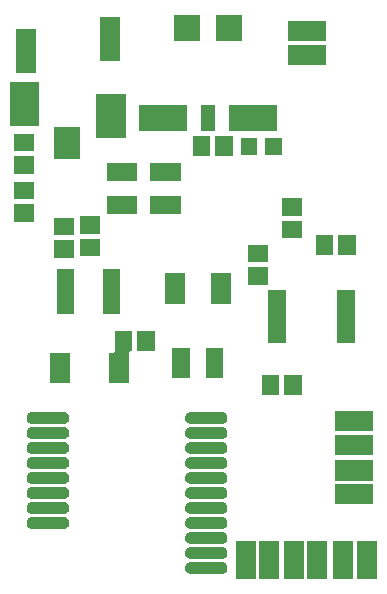
<source format=gbr>
G04 #@! TF.GenerationSoftware,KiCad,Pcbnew,(5.1.0)-1*
G04 #@! TF.CreationDate,2019-05-30T14:49:56+02:00*
G04 #@! TF.ProjectId,UWED,55574544-2e6b-4696-9361-645f70636258,rev?*
G04 #@! TF.SameCoordinates,Original*
G04 #@! TF.FileFunction,Soldermask,Top*
G04 #@! TF.FilePolarity,Negative*
%FSLAX46Y46*%
G04 Gerber Fmt 4.6, Leading zero omitted, Abs format (unit mm)*
G04 Created by KiCad (PCBNEW (5.1.0)-1) date 2019-05-30 14:49:56*
%MOMM*%
%LPD*%
G04 APERTURE LIST*
%ADD10C,0.100000*%
G04 APERTURE END LIST*
D10*
G36*
X153026200Y-128418800D02*
G01*
X151323000Y-128418800D01*
X151323000Y-125215600D01*
X153026200Y-125215600D01*
X153026200Y-128418800D01*
X153026200Y-128418800D01*
G37*
G36*
X161281200Y-128418800D02*
G01*
X159578000Y-128418800D01*
X159578000Y-125215600D01*
X161281200Y-125215600D01*
X161281200Y-128418800D01*
X161281200Y-128418800D01*
G37*
G36*
X163281200Y-128418800D02*
G01*
X161578000Y-128418800D01*
X161578000Y-125215600D01*
X163281200Y-125215600D01*
X163281200Y-128418800D01*
X163281200Y-128418800D01*
G37*
G36*
X157090200Y-128418800D02*
G01*
X155387000Y-128418800D01*
X155387000Y-125215600D01*
X157090200Y-125215600D01*
X157090200Y-128418800D01*
X157090200Y-128418800D01*
G37*
G36*
X155026200Y-128418800D02*
G01*
X153323000Y-128418800D01*
X153323000Y-125215600D01*
X155026200Y-125215600D01*
X155026200Y-128418800D01*
X155026200Y-128418800D01*
G37*
G36*
X159090200Y-128418800D02*
G01*
X157387000Y-128418800D01*
X157387000Y-125215600D01*
X159090200Y-125215600D01*
X159090200Y-128418800D01*
X159090200Y-128418800D01*
G37*
G36*
X150251137Y-126953338D02*
G01*
X150334450Y-126978611D01*
X150411225Y-127019648D01*
X150478523Y-127074877D01*
X150533752Y-127142175D01*
X150574789Y-127218950D01*
X150600062Y-127302263D01*
X150609200Y-127395040D01*
X150609200Y-127509360D01*
X150600062Y-127602137D01*
X150574789Y-127685450D01*
X150533752Y-127762225D01*
X150478523Y-127829523D01*
X150411225Y-127884752D01*
X150334450Y-127925789D01*
X150251137Y-127951062D01*
X150158360Y-127960200D01*
X147504040Y-127960200D01*
X147411263Y-127951062D01*
X147327950Y-127925789D01*
X147251175Y-127884752D01*
X147183877Y-127829523D01*
X147128648Y-127762225D01*
X147087611Y-127685450D01*
X147062338Y-127602137D01*
X147053200Y-127509360D01*
X147053200Y-127395040D01*
X147062338Y-127302263D01*
X147087611Y-127218950D01*
X147128648Y-127142175D01*
X147183877Y-127074877D01*
X147251175Y-127019648D01*
X147327950Y-126978611D01*
X147411263Y-126953338D01*
X147504040Y-126944200D01*
X150158360Y-126944200D01*
X150251137Y-126953338D01*
X150251137Y-126953338D01*
G37*
G36*
X150251137Y-125683338D02*
G01*
X150334450Y-125708611D01*
X150411225Y-125749648D01*
X150478523Y-125804877D01*
X150533752Y-125872175D01*
X150574789Y-125948950D01*
X150600062Y-126032263D01*
X150609200Y-126125040D01*
X150609200Y-126239360D01*
X150600062Y-126332137D01*
X150574789Y-126415450D01*
X150533752Y-126492225D01*
X150478523Y-126559523D01*
X150411225Y-126614752D01*
X150334450Y-126655789D01*
X150251137Y-126681062D01*
X150158360Y-126690200D01*
X147504040Y-126690200D01*
X147411263Y-126681062D01*
X147327950Y-126655789D01*
X147251175Y-126614752D01*
X147183877Y-126559523D01*
X147128648Y-126492225D01*
X147087611Y-126415450D01*
X147062338Y-126332137D01*
X147053200Y-126239360D01*
X147053200Y-126125040D01*
X147062338Y-126032263D01*
X147087611Y-125948950D01*
X147128648Y-125872175D01*
X147183877Y-125804877D01*
X147251175Y-125749648D01*
X147327950Y-125708611D01*
X147411263Y-125683338D01*
X147504040Y-125674200D01*
X150158360Y-125674200D01*
X150251137Y-125683338D01*
X150251137Y-125683338D01*
G37*
G36*
X150251137Y-124413338D02*
G01*
X150334450Y-124438611D01*
X150411225Y-124479648D01*
X150478523Y-124534877D01*
X150533752Y-124602175D01*
X150574789Y-124678950D01*
X150600062Y-124762263D01*
X150609200Y-124855040D01*
X150609200Y-124969360D01*
X150600062Y-125062137D01*
X150574789Y-125145450D01*
X150533752Y-125222225D01*
X150478523Y-125289523D01*
X150411225Y-125344752D01*
X150334450Y-125385789D01*
X150251137Y-125411062D01*
X150158360Y-125420200D01*
X147504040Y-125420200D01*
X147411263Y-125411062D01*
X147327950Y-125385789D01*
X147251175Y-125344752D01*
X147183877Y-125289523D01*
X147128648Y-125222225D01*
X147087611Y-125145450D01*
X147062338Y-125062137D01*
X147053200Y-124969360D01*
X147053200Y-124855040D01*
X147062338Y-124762263D01*
X147087611Y-124678950D01*
X147128648Y-124602175D01*
X147183877Y-124534877D01*
X147251175Y-124479648D01*
X147327950Y-124438611D01*
X147411263Y-124413338D01*
X147504040Y-124404200D01*
X150158360Y-124404200D01*
X150251137Y-124413338D01*
X150251137Y-124413338D01*
G37*
G36*
X150251137Y-123143338D02*
G01*
X150334450Y-123168611D01*
X150411225Y-123209648D01*
X150478523Y-123264877D01*
X150533752Y-123332175D01*
X150574789Y-123408950D01*
X150600062Y-123492263D01*
X150609200Y-123585040D01*
X150609200Y-123699360D01*
X150600062Y-123792137D01*
X150574789Y-123875450D01*
X150533752Y-123952225D01*
X150478523Y-124019523D01*
X150411225Y-124074752D01*
X150334450Y-124115789D01*
X150251137Y-124141062D01*
X150158360Y-124150200D01*
X147504040Y-124150200D01*
X147411263Y-124141062D01*
X147327950Y-124115789D01*
X147251175Y-124074752D01*
X147183877Y-124019523D01*
X147128648Y-123952225D01*
X147087611Y-123875450D01*
X147062338Y-123792137D01*
X147053200Y-123699360D01*
X147053200Y-123585040D01*
X147062338Y-123492263D01*
X147087611Y-123408950D01*
X147128648Y-123332175D01*
X147183877Y-123264877D01*
X147251175Y-123209648D01*
X147327950Y-123168611D01*
X147411263Y-123143338D01*
X147504040Y-123134200D01*
X150158360Y-123134200D01*
X150251137Y-123143338D01*
X150251137Y-123143338D01*
G37*
G36*
X136839937Y-123143338D02*
G01*
X136923250Y-123168611D01*
X137000025Y-123209648D01*
X137067323Y-123264877D01*
X137122552Y-123332175D01*
X137163589Y-123408950D01*
X137188862Y-123492263D01*
X137198000Y-123585040D01*
X137198000Y-123699360D01*
X137188862Y-123792137D01*
X137163589Y-123875450D01*
X137122552Y-123952225D01*
X137067323Y-124019523D01*
X137000025Y-124074752D01*
X136923250Y-124115789D01*
X136839937Y-124141062D01*
X136747160Y-124150200D01*
X134092840Y-124150200D01*
X134000063Y-124141062D01*
X133916750Y-124115789D01*
X133839975Y-124074752D01*
X133772677Y-124019523D01*
X133717448Y-123952225D01*
X133676411Y-123875450D01*
X133651138Y-123792137D01*
X133642000Y-123699360D01*
X133642000Y-123585040D01*
X133651138Y-123492263D01*
X133676411Y-123408950D01*
X133717448Y-123332175D01*
X133772677Y-123264877D01*
X133839975Y-123209648D01*
X133916750Y-123168611D01*
X134000063Y-123143338D01*
X134092840Y-123134200D01*
X136747160Y-123134200D01*
X136839937Y-123143338D01*
X136839937Y-123143338D01*
G37*
G36*
X136839937Y-121873338D02*
G01*
X136923250Y-121898611D01*
X137000025Y-121939648D01*
X137067323Y-121994877D01*
X137122552Y-122062175D01*
X137163589Y-122138950D01*
X137188862Y-122222263D01*
X137198000Y-122315040D01*
X137198000Y-122429360D01*
X137188862Y-122522137D01*
X137163589Y-122605450D01*
X137122552Y-122682225D01*
X137067323Y-122749523D01*
X137000025Y-122804752D01*
X136923250Y-122845789D01*
X136839937Y-122871062D01*
X136747160Y-122880200D01*
X134092840Y-122880200D01*
X134000063Y-122871062D01*
X133916750Y-122845789D01*
X133839975Y-122804752D01*
X133772677Y-122749523D01*
X133717448Y-122682225D01*
X133676411Y-122605450D01*
X133651138Y-122522137D01*
X133642000Y-122429360D01*
X133642000Y-122315040D01*
X133651138Y-122222263D01*
X133676411Y-122138950D01*
X133717448Y-122062175D01*
X133772677Y-121994877D01*
X133839975Y-121939648D01*
X133916750Y-121898611D01*
X134000063Y-121873338D01*
X134092840Y-121864200D01*
X136747160Y-121864200D01*
X136839937Y-121873338D01*
X136839937Y-121873338D01*
G37*
G36*
X150251137Y-121873338D02*
G01*
X150334450Y-121898611D01*
X150411225Y-121939648D01*
X150478523Y-121994877D01*
X150533752Y-122062175D01*
X150574789Y-122138950D01*
X150600062Y-122222263D01*
X150609200Y-122315040D01*
X150609200Y-122429360D01*
X150600062Y-122522137D01*
X150574789Y-122605450D01*
X150533752Y-122682225D01*
X150478523Y-122749523D01*
X150411225Y-122804752D01*
X150334450Y-122845789D01*
X150251137Y-122871062D01*
X150158360Y-122880200D01*
X147504040Y-122880200D01*
X147411263Y-122871062D01*
X147327950Y-122845789D01*
X147251175Y-122804752D01*
X147183877Y-122749523D01*
X147128648Y-122682225D01*
X147087611Y-122605450D01*
X147062338Y-122522137D01*
X147053200Y-122429360D01*
X147053200Y-122315040D01*
X147062338Y-122222263D01*
X147087611Y-122138950D01*
X147128648Y-122062175D01*
X147183877Y-121994877D01*
X147251175Y-121939648D01*
X147327950Y-121898611D01*
X147411263Y-121873338D01*
X147504040Y-121864200D01*
X150158360Y-121864200D01*
X150251137Y-121873338D01*
X150251137Y-121873338D01*
G37*
G36*
X162904200Y-122064800D02*
G01*
X159701000Y-122064800D01*
X159701000Y-120361600D01*
X162904200Y-120361600D01*
X162904200Y-122064800D01*
X162904200Y-122064800D01*
G37*
G36*
X150251137Y-120603338D02*
G01*
X150334450Y-120628611D01*
X150411225Y-120669648D01*
X150478523Y-120724877D01*
X150533752Y-120792175D01*
X150574789Y-120868950D01*
X150600062Y-120952263D01*
X150609200Y-121045040D01*
X150609200Y-121159360D01*
X150600062Y-121252137D01*
X150574789Y-121335450D01*
X150533752Y-121412225D01*
X150478523Y-121479523D01*
X150411225Y-121534752D01*
X150334450Y-121575789D01*
X150251137Y-121601062D01*
X150158360Y-121610200D01*
X147504040Y-121610200D01*
X147411263Y-121601062D01*
X147327950Y-121575789D01*
X147251175Y-121534752D01*
X147183877Y-121479523D01*
X147128648Y-121412225D01*
X147087611Y-121335450D01*
X147062338Y-121252137D01*
X147053200Y-121159360D01*
X147053200Y-121045040D01*
X147062338Y-120952263D01*
X147087611Y-120868950D01*
X147128648Y-120792175D01*
X147183877Y-120724877D01*
X147251175Y-120669648D01*
X147327950Y-120628611D01*
X147411263Y-120603338D01*
X147504040Y-120594200D01*
X150158360Y-120594200D01*
X150251137Y-120603338D01*
X150251137Y-120603338D01*
G37*
G36*
X136839937Y-120603338D02*
G01*
X136923250Y-120628611D01*
X137000025Y-120669648D01*
X137067323Y-120724877D01*
X137122552Y-120792175D01*
X137163589Y-120868950D01*
X137188862Y-120952263D01*
X137198000Y-121045040D01*
X137198000Y-121159360D01*
X137188862Y-121252137D01*
X137163589Y-121335450D01*
X137122552Y-121412225D01*
X137067323Y-121479523D01*
X137000025Y-121534752D01*
X136923250Y-121575789D01*
X136839937Y-121601062D01*
X136747160Y-121610200D01*
X134092840Y-121610200D01*
X134000063Y-121601062D01*
X133916750Y-121575789D01*
X133839975Y-121534752D01*
X133772677Y-121479523D01*
X133717448Y-121412225D01*
X133676411Y-121335450D01*
X133651138Y-121252137D01*
X133642000Y-121159360D01*
X133642000Y-121045040D01*
X133651138Y-120952263D01*
X133676411Y-120868950D01*
X133717448Y-120792175D01*
X133772677Y-120724877D01*
X133839975Y-120669648D01*
X133916750Y-120628611D01*
X134000063Y-120603338D01*
X134092840Y-120594200D01*
X136747160Y-120594200D01*
X136839937Y-120603338D01*
X136839937Y-120603338D01*
G37*
G36*
X136839937Y-119333338D02*
G01*
X136923250Y-119358611D01*
X137000025Y-119399648D01*
X137067323Y-119454877D01*
X137122552Y-119522175D01*
X137163589Y-119598950D01*
X137188862Y-119682263D01*
X137198000Y-119775040D01*
X137198000Y-119889360D01*
X137188862Y-119982137D01*
X137163589Y-120065450D01*
X137122552Y-120142225D01*
X137067323Y-120209523D01*
X137000025Y-120264752D01*
X136923250Y-120305789D01*
X136839937Y-120331062D01*
X136747160Y-120340200D01*
X134092840Y-120340200D01*
X134000063Y-120331062D01*
X133916750Y-120305789D01*
X133839975Y-120264752D01*
X133772677Y-120209523D01*
X133717448Y-120142225D01*
X133676411Y-120065450D01*
X133651138Y-119982137D01*
X133642000Y-119889360D01*
X133642000Y-119775040D01*
X133651138Y-119682263D01*
X133676411Y-119598950D01*
X133717448Y-119522175D01*
X133772677Y-119454877D01*
X133839975Y-119399648D01*
X133916750Y-119358611D01*
X134000063Y-119333338D01*
X134092840Y-119324200D01*
X136747160Y-119324200D01*
X136839937Y-119333338D01*
X136839937Y-119333338D01*
G37*
G36*
X150251137Y-119333338D02*
G01*
X150334450Y-119358611D01*
X150411225Y-119399648D01*
X150478523Y-119454877D01*
X150533752Y-119522175D01*
X150574789Y-119598950D01*
X150600062Y-119682263D01*
X150609200Y-119775040D01*
X150609200Y-119889360D01*
X150600062Y-119982137D01*
X150574789Y-120065450D01*
X150533752Y-120142225D01*
X150478523Y-120209523D01*
X150411225Y-120264752D01*
X150334450Y-120305789D01*
X150251137Y-120331062D01*
X150158360Y-120340200D01*
X147504040Y-120340200D01*
X147411263Y-120331062D01*
X147327950Y-120305789D01*
X147251175Y-120264752D01*
X147183877Y-120209523D01*
X147128648Y-120142225D01*
X147087611Y-120065450D01*
X147062338Y-119982137D01*
X147053200Y-119889360D01*
X147053200Y-119775040D01*
X147062338Y-119682263D01*
X147087611Y-119598950D01*
X147128648Y-119522175D01*
X147183877Y-119454877D01*
X147251175Y-119399648D01*
X147327950Y-119358611D01*
X147411263Y-119333338D01*
X147504040Y-119324200D01*
X150158360Y-119324200D01*
X150251137Y-119333338D01*
X150251137Y-119333338D01*
G37*
G36*
X162904200Y-120064800D02*
G01*
X159701000Y-120064800D01*
X159701000Y-118361600D01*
X162904200Y-118361600D01*
X162904200Y-120064800D01*
X162904200Y-120064800D01*
G37*
G36*
X150251137Y-118063338D02*
G01*
X150334450Y-118088611D01*
X150411225Y-118129648D01*
X150478523Y-118184877D01*
X150533752Y-118252175D01*
X150574789Y-118328950D01*
X150600062Y-118412263D01*
X150609200Y-118505040D01*
X150609200Y-118619360D01*
X150600062Y-118712137D01*
X150574789Y-118795450D01*
X150533752Y-118872225D01*
X150478523Y-118939523D01*
X150411225Y-118994752D01*
X150334450Y-119035789D01*
X150251137Y-119061062D01*
X150158360Y-119070200D01*
X147504040Y-119070200D01*
X147411263Y-119061062D01*
X147327950Y-119035789D01*
X147251175Y-118994752D01*
X147183877Y-118939523D01*
X147128648Y-118872225D01*
X147087611Y-118795450D01*
X147062338Y-118712137D01*
X147053200Y-118619360D01*
X147053200Y-118505040D01*
X147062338Y-118412263D01*
X147087611Y-118328950D01*
X147128648Y-118252175D01*
X147183877Y-118184877D01*
X147251175Y-118129648D01*
X147327950Y-118088611D01*
X147411263Y-118063338D01*
X147504040Y-118054200D01*
X150158360Y-118054200D01*
X150251137Y-118063338D01*
X150251137Y-118063338D01*
G37*
G36*
X136839937Y-118063338D02*
G01*
X136923250Y-118088611D01*
X137000025Y-118129648D01*
X137067323Y-118184877D01*
X137122552Y-118252175D01*
X137163589Y-118328950D01*
X137188862Y-118412263D01*
X137198000Y-118505040D01*
X137198000Y-118619360D01*
X137188862Y-118712137D01*
X137163589Y-118795450D01*
X137122552Y-118872225D01*
X137067323Y-118939523D01*
X137000025Y-118994752D01*
X136923250Y-119035789D01*
X136839937Y-119061062D01*
X136747160Y-119070200D01*
X134092840Y-119070200D01*
X134000063Y-119061062D01*
X133916750Y-119035789D01*
X133839975Y-118994752D01*
X133772677Y-118939523D01*
X133717448Y-118872225D01*
X133676411Y-118795450D01*
X133651138Y-118712137D01*
X133642000Y-118619360D01*
X133642000Y-118505040D01*
X133651138Y-118412263D01*
X133676411Y-118328950D01*
X133717448Y-118252175D01*
X133772677Y-118184877D01*
X133839975Y-118129648D01*
X133916750Y-118088611D01*
X134000063Y-118063338D01*
X134092840Y-118054200D01*
X136747160Y-118054200D01*
X136839937Y-118063338D01*
X136839937Y-118063338D01*
G37*
G36*
X162904200Y-117873800D02*
G01*
X159701000Y-117873800D01*
X159701000Y-116170600D01*
X162904200Y-116170600D01*
X162904200Y-117873800D01*
X162904200Y-117873800D01*
G37*
G36*
X136839937Y-116793338D02*
G01*
X136923250Y-116818611D01*
X137000025Y-116859648D01*
X137067323Y-116914877D01*
X137122552Y-116982175D01*
X137163589Y-117058950D01*
X137188862Y-117142263D01*
X137198000Y-117235040D01*
X137198000Y-117349360D01*
X137188862Y-117442137D01*
X137163589Y-117525450D01*
X137122552Y-117602225D01*
X137067323Y-117669523D01*
X137000025Y-117724752D01*
X136923250Y-117765789D01*
X136839937Y-117791062D01*
X136747160Y-117800200D01*
X134092840Y-117800200D01*
X134000063Y-117791062D01*
X133916750Y-117765789D01*
X133839975Y-117724752D01*
X133772677Y-117669523D01*
X133717448Y-117602225D01*
X133676411Y-117525450D01*
X133651138Y-117442137D01*
X133642000Y-117349360D01*
X133642000Y-117235040D01*
X133651138Y-117142263D01*
X133676411Y-117058950D01*
X133717448Y-116982175D01*
X133772677Y-116914877D01*
X133839975Y-116859648D01*
X133916750Y-116818611D01*
X134000063Y-116793338D01*
X134092840Y-116784200D01*
X136747160Y-116784200D01*
X136839937Y-116793338D01*
X136839937Y-116793338D01*
G37*
G36*
X150251137Y-116793338D02*
G01*
X150334450Y-116818611D01*
X150411225Y-116859648D01*
X150478523Y-116914877D01*
X150533752Y-116982175D01*
X150574789Y-117058950D01*
X150600062Y-117142263D01*
X150609200Y-117235040D01*
X150609200Y-117349360D01*
X150600062Y-117442137D01*
X150574789Y-117525450D01*
X150533752Y-117602225D01*
X150478523Y-117669523D01*
X150411225Y-117724752D01*
X150334450Y-117765789D01*
X150251137Y-117791062D01*
X150158360Y-117800200D01*
X147504040Y-117800200D01*
X147411263Y-117791062D01*
X147327950Y-117765789D01*
X147251175Y-117724752D01*
X147183877Y-117669523D01*
X147128648Y-117602225D01*
X147087611Y-117525450D01*
X147062338Y-117442137D01*
X147053200Y-117349360D01*
X147053200Y-117235040D01*
X147062338Y-117142263D01*
X147087611Y-117058950D01*
X147128648Y-116982175D01*
X147183877Y-116914877D01*
X147251175Y-116859648D01*
X147327950Y-116818611D01*
X147411263Y-116793338D01*
X147504040Y-116784200D01*
X150158360Y-116784200D01*
X150251137Y-116793338D01*
X150251137Y-116793338D01*
G37*
G36*
X150251137Y-115523338D02*
G01*
X150334450Y-115548611D01*
X150411225Y-115589648D01*
X150478523Y-115644877D01*
X150533752Y-115712175D01*
X150574789Y-115788950D01*
X150600062Y-115872263D01*
X150609200Y-115965040D01*
X150609200Y-116079360D01*
X150600062Y-116172137D01*
X150574789Y-116255450D01*
X150533752Y-116332225D01*
X150478523Y-116399523D01*
X150411225Y-116454752D01*
X150334450Y-116495789D01*
X150251137Y-116521062D01*
X150158360Y-116530200D01*
X147504040Y-116530200D01*
X147411263Y-116521062D01*
X147327950Y-116495789D01*
X147251175Y-116454752D01*
X147183877Y-116399523D01*
X147128648Y-116332225D01*
X147087611Y-116255450D01*
X147062338Y-116172137D01*
X147053200Y-116079360D01*
X147053200Y-115965040D01*
X147062338Y-115872263D01*
X147087611Y-115788950D01*
X147128648Y-115712175D01*
X147183877Y-115644877D01*
X147251175Y-115589648D01*
X147327950Y-115548611D01*
X147411263Y-115523338D01*
X147504040Y-115514200D01*
X150158360Y-115514200D01*
X150251137Y-115523338D01*
X150251137Y-115523338D01*
G37*
G36*
X136839937Y-115523338D02*
G01*
X136923250Y-115548611D01*
X137000025Y-115589648D01*
X137067323Y-115644877D01*
X137122552Y-115712175D01*
X137163589Y-115788950D01*
X137188862Y-115872263D01*
X137198000Y-115965040D01*
X137198000Y-116079360D01*
X137188862Y-116172137D01*
X137163589Y-116255450D01*
X137122552Y-116332225D01*
X137067323Y-116399523D01*
X137000025Y-116454752D01*
X136923250Y-116495789D01*
X136839937Y-116521062D01*
X136747160Y-116530200D01*
X134092840Y-116530200D01*
X134000063Y-116521062D01*
X133916750Y-116495789D01*
X133839975Y-116454752D01*
X133772677Y-116399523D01*
X133717448Y-116332225D01*
X133676411Y-116255450D01*
X133651138Y-116172137D01*
X133642000Y-116079360D01*
X133642000Y-115965040D01*
X133651138Y-115872263D01*
X133676411Y-115788950D01*
X133717448Y-115712175D01*
X133772677Y-115644877D01*
X133839975Y-115589648D01*
X133916750Y-115548611D01*
X134000063Y-115523338D01*
X134092840Y-115514200D01*
X136747160Y-115514200D01*
X136839937Y-115523338D01*
X136839937Y-115523338D01*
G37*
G36*
X162904200Y-115873800D02*
G01*
X159701000Y-115873800D01*
X159701000Y-114170600D01*
X162904200Y-114170600D01*
X162904200Y-115873800D01*
X162904200Y-115873800D01*
G37*
G36*
X150251137Y-114253338D02*
G01*
X150334450Y-114278611D01*
X150411225Y-114319648D01*
X150478523Y-114374877D01*
X150533752Y-114442175D01*
X150574789Y-114518950D01*
X150600062Y-114602263D01*
X150609200Y-114695040D01*
X150609200Y-114809360D01*
X150600062Y-114902137D01*
X150574789Y-114985450D01*
X150533752Y-115062225D01*
X150478523Y-115129523D01*
X150411225Y-115184752D01*
X150334450Y-115225789D01*
X150251137Y-115251062D01*
X150158360Y-115260200D01*
X147504040Y-115260200D01*
X147411263Y-115251062D01*
X147327950Y-115225789D01*
X147251175Y-115184752D01*
X147183877Y-115129523D01*
X147128648Y-115062225D01*
X147087611Y-114985450D01*
X147062338Y-114902137D01*
X147053200Y-114809360D01*
X147053200Y-114695040D01*
X147062338Y-114602263D01*
X147087611Y-114518950D01*
X147128648Y-114442175D01*
X147183877Y-114374877D01*
X147251175Y-114319648D01*
X147327950Y-114278611D01*
X147411263Y-114253338D01*
X147504040Y-114244200D01*
X150158360Y-114244200D01*
X150251137Y-114253338D01*
X150251137Y-114253338D01*
G37*
G36*
X136839937Y-114253338D02*
G01*
X136923250Y-114278611D01*
X137000025Y-114319648D01*
X137067323Y-114374877D01*
X137122552Y-114442175D01*
X137163589Y-114518950D01*
X137188862Y-114602263D01*
X137198000Y-114695040D01*
X137198000Y-114809360D01*
X137188862Y-114902137D01*
X137163589Y-114985450D01*
X137122552Y-115062225D01*
X137067323Y-115129523D01*
X137000025Y-115184752D01*
X136923250Y-115225789D01*
X136839937Y-115251062D01*
X136747160Y-115260200D01*
X134092840Y-115260200D01*
X134000063Y-115251062D01*
X133916750Y-115225789D01*
X133839975Y-115184752D01*
X133772677Y-115129523D01*
X133717448Y-115062225D01*
X133676411Y-114985450D01*
X133651138Y-114902137D01*
X133642000Y-114809360D01*
X133642000Y-114695040D01*
X133651138Y-114602263D01*
X133676411Y-114518950D01*
X133717448Y-114442175D01*
X133772677Y-114374877D01*
X133839975Y-114319648D01*
X133916750Y-114278611D01*
X134000063Y-114253338D01*
X134092840Y-114244200D01*
X136747160Y-114244200D01*
X136839937Y-114253338D01*
X136839937Y-114253338D01*
G37*
G36*
X155008200Y-112809800D02*
G01*
X153505000Y-112809800D01*
X153505000Y-111106600D01*
X155008200Y-111106600D01*
X155008200Y-112809800D01*
X155008200Y-112809800D01*
G37*
G36*
X156908200Y-112809800D02*
G01*
X155405000Y-112809800D01*
X155405000Y-111106600D01*
X156908200Y-111106600D01*
X156908200Y-112809800D01*
X156908200Y-112809800D01*
G37*
G36*
X142562200Y-109126800D02*
G01*
X142387199Y-109126800D01*
X142362813Y-109129202D01*
X142339364Y-109136315D01*
X142317753Y-109147866D01*
X142298811Y-109163411D01*
X142283266Y-109182353D01*
X142271715Y-109203964D01*
X142264602Y-109227413D01*
X142262200Y-109251799D01*
X142262200Y-111796800D01*
X140559000Y-111796800D01*
X140559000Y-109293600D01*
X140934001Y-109293600D01*
X140958387Y-109291198D01*
X140981836Y-109284085D01*
X141003447Y-109272534D01*
X141022389Y-109256989D01*
X141037934Y-109238047D01*
X141049485Y-109216436D01*
X141056598Y-109192987D01*
X141059000Y-109168601D01*
X141059000Y-107423600D01*
X142562200Y-107423600D01*
X142562200Y-109126800D01*
X142562200Y-109126800D01*
G37*
G36*
X137262200Y-111796800D02*
G01*
X135559000Y-111796800D01*
X135559000Y-109293600D01*
X137262200Y-109293600D01*
X137262200Y-111796800D01*
X137262200Y-111796800D01*
G37*
G36*
X150253600Y-111399400D02*
G01*
X148780400Y-111399400D01*
X148780400Y-108808600D01*
X150253600Y-108808600D01*
X150253600Y-111399400D01*
X150253600Y-111399400D01*
G37*
G36*
X147434200Y-111399400D02*
G01*
X145961000Y-111399400D01*
X145961000Y-108808600D01*
X147434200Y-108808600D01*
X147434200Y-111399400D01*
X147434200Y-111399400D01*
G37*
G36*
X144462200Y-109126800D02*
G01*
X142959000Y-109126800D01*
X142959000Y-107423600D01*
X144462200Y-107423600D01*
X144462200Y-109126800D01*
X144462200Y-109126800D01*
G37*
G36*
X155547200Y-107676251D02*
G01*
X155548641Y-107690881D01*
X155548641Y-108423550D01*
X154075441Y-108423550D01*
X154075441Y-107898549D01*
X154074000Y-107883919D01*
X154074000Y-103900050D01*
X155547200Y-103900050D01*
X155547200Y-107676251D01*
X155547200Y-107676251D01*
G37*
G36*
X161398640Y-108423309D02*
G01*
X159925440Y-108423309D01*
X159925440Y-103900050D01*
X161398640Y-103900050D01*
X161398640Y-108423309D01*
X161398640Y-108423309D01*
G37*
G36*
X141556640Y-105995550D02*
G01*
X140083440Y-105995550D01*
X140083440Y-102122050D01*
X141556640Y-102122050D01*
X141556640Y-105995550D01*
X141556640Y-105995550D01*
G37*
G36*
X137655200Y-105995550D02*
G01*
X136182000Y-105995550D01*
X136182000Y-102122050D01*
X137655200Y-102122050D01*
X137655200Y-105995550D01*
X137655200Y-105995550D01*
G37*
G36*
X150941200Y-105075800D02*
G01*
X149238000Y-105075800D01*
X149238000Y-102502600D01*
X150941200Y-102502600D01*
X150941200Y-105075800D01*
X150941200Y-105075800D01*
G37*
G36*
X147041200Y-105075800D02*
G01*
X145338000Y-105075800D01*
X145338000Y-102502600D01*
X147041200Y-102502600D01*
X147041200Y-105075800D01*
X147041200Y-105075800D01*
G37*
G36*
X154026200Y-103499800D02*
G01*
X152323000Y-103499800D01*
X152323000Y-101996600D01*
X154026200Y-101996600D01*
X154026200Y-103499800D01*
X154026200Y-103499800D01*
G37*
G36*
X154026200Y-101599800D02*
G01*
X152323000Y-101599800D01*
X152323000Y-100096600D01*
X154026200Y-100096600D01*
X154026200Y-101599800D01*
X154026200Y-101599800D01*
G37*
G36*
X137643200Y-101213800D02*
G01*
X135940000Y-101213800D01*
X135940000Y-99710600D01*
X137643200Y-99710600D01*
X137643200Y-101213800D01*
X137643200Y-101213800D01*
G37*
G36*
X139802200Y-101086800D02*
G01*
X138099000Y-101086800D01*
X138099000Y-99583600D01*
X139802200Y-99583600D01*
X139802200Y-101086800D01*
X139802200Y-101086800D01*
G37*
G36*
X159580200Y-100998800D02*
G01*
X158077000Y-100998800D01*
X158077000Y-99295600D01*
X159580200Y-99295600D01*
X159580200Y-100998800D01*
X159580200Y-100998800D01*
G37*
G36*
X161480200Y-100998800D02*
G01*
X159977000Y-100998800D01*
X159977000Y-99295600D01*
X161480200Y-99295600D01*
X161480200Y-100998800D01*
X161480200Y-100998800D01*
G37*
G36*
X156947200Y-99562800D02*
G01*
X155244000Y-99562800D01*
X155244000Y-98059600D01*
X156947200Y-98059600D01*
X156947200Y-99562800D01*
X156947200Y-99562800D01*
G37*
G36*
X137643200Y-99313800D02*
G01*
X135940000Y-99313800D01*
X135940000Y-97810600D01*
X137643200Y-97810600D01*
X137643200Y-99313800D01*
X137643200Y-99313800D01*
G37*
G36*
X139802200Y-99186800D02*
G01*
X138099000Y-99186800D01*
X138099000Y-97683600D01*
X139802200Y-97683600D01*
X139802200Y-99186800D01*
X139802200Y-99186800D01*
G37*
G36*
X134214200Y-98165800D02*
G01*
X132511000Y-98165800D01*
X132511000Y-96662600D01*
X134214200Y-96662600D01*
X134214200Y-98165800D01*
X134214200Y-98165800D01*
G37*
G36*
X156947200Y-97662800D02*
G01*
X155244000Y-97662800D01*
X155244000Y-96159600D01*
X156947200Y-96159600D01*
X156947200Y-97662800D01*
X156947200Y-97662800D01*
G37*
G36*
X142989200Y-97480200D02*
G01*
X140398400Y-97480200D01*
X140398400Y-96007000D01*
X142989200Y-96007000D01*
X142989200Y-97480200D01*
X142989200Y-97480200D01*
G37*
G36*
X146672200Y-97480200D02*
G01*
X144081400Y-97480200D01*
X144081400Y-96007000D01*
X146672200Y-96007000D01*
X146672200Y-97480200D01*
X146672200Y-97480200D01*
G37*
G36*
X134214200Y-96265800D02*
G01*
X132511000Y-96265800D01*
X132511000Y-94762600D01*
X134214200Y-94762600D01*
X134214200Y-96265800D01*
X134214200Y-96265800D01*
G37*
G36*
X146672200Y-94660800D02*
G01*
X144081400Y-94660800D01*
X144081400Y-93187600D01*
X146672200Y-93187600D01*
X146672200Y-94660800D01*
X146672200Y-94660800D01*
G37*
G36*
X142989200Y-94660800D02*
G01*
X140398400Y-94660800D01*
X140398400Y-93187600D01*
X142989200Y-93187600D01*
X142989200Y-94660800D01*
X142989200Y-94660800D01*
G37*
G36*
X134214200Y-94101800D02*
G01*
X132511000Y-94101800D01*
X132511000Y-92598600D01*
X134214200Y-92598600D01*
X134214200Y-94101800D01*
X134214200Y-94101800D01*
G37*
G36*
X138147200Y-92843800D02*
G01*
X135944000Y-92843800D01*
X135944000Y-90140600D01*
X138147200Y-90140600D01*
X138147200Y-92843800D01*
X138147200Y-92843800D01*
G37*
G36*
X151066200Y-92616800D02*
G01*
X149563000Y-92616800D01*
X149563000Y-90913600D01*
X151066200Y-90913600D01*
X151066200Y-92616800D01*
X151066200Y-92616800D01*
G37*
G36*
X149166200Y-92616800D02*
G01*
X147663000Y-92616800D01*
X147663000Y-90913600D01*
X149166200Y-90913600D01*
X149166200Y-92616800D01*
X149166200Y-92616800D01*
G37*
G36*
X155231000Y-92492200D02*
G01*
X153827800Y-92492200D01*
X153827800Y-91089000D01*
X155231000Y-91089000D01*
X155231000Y-92492200D01*
X155231000Y-92492200D01*
G37*
G36*
X153131000Y-92492200D02*
G01*
X151727800Y-92492200D01*
X151727800Y-91089000D01*
X153131000Y-91089000D01*
X153131000Y-92492200D01*
X153131000Y-92492200D01*
G37*
G36*
X134214200Y-92201800D02*
G01*
X132511000Y-92201800D01*
X132511000Y-90698600D01*
X134214200Y-90698600D01*
X134214200Y-92201800D01*
X134214200Y-92201800D01*
G37*
G36*
X141997200Y-91043800D02*
G01*
X139494000Y-91043800D01*
X139494000Y-87340600D01*
X141997200Y-87340600D01*
X141997200Y-91043800D01*
X141997200Y-91043800D01*
G37*
G36*
X149593200Y-90469800D02*
G01*
X148374000Y-90469800D01*
X148374000Y-88234600D01*
X149593200Y-88234600D01*
X149593200Y-90469800D01*
X149593200Y-90469800D01*
G37*
G36*
X147180200Y-90469800D02*
G01*
X143167000Y-90469800D01*
X143167000Y-88234600D01*
X147180200Y-88234600D01*
X147180200Y-90469800D01*
X147180200Y-90469800D01*
G37*
G36*
X154800200Y-90469800D02*
G01*
X150787000Y-90469800D01*
X150787000Y-88234600D01*
X154800200Y-88234600D01*
X154800200Y-90469800D01*
X154800200Y-90469800D01*
G37*
G36*
X134697200Y-90043800D02*
G01*
X132194000Y-90043800D01*
X132194000Y-86340600D01*
X134697200Y-86340600D01*
X134697200Y-90043800D01*
X134697200Y-90043800D01*
G37*
G36*
X134397200Y-85543800D02*
G01*
X132694000Y-85543800D01*
X132694000Y-81840600D01*
X134397200Y-81840600D01*
X134397200Y-85543800D01*
X134397200Y-85543800D01*
G37*
G36*
X158967200Y-84853800D02*
G01*
X155764000Y-84853800D01*
X155764000Y-83150600D01*
X158967200Y-83150600D01*
X158967200Y-84853800D01*
X158967200Y-84853800D01*
G37*
G36*
X141497200Y-84543800D02*
G01*
X139794000Y-84543800D01*
X139794000Y-80840600D01*
X141497200Y-80840600D01*
X141497200Y-84543800D01*
X141497200Y-84543800D01*
G37*
G36*
X158967200Y-82853800D02*
G01*
X155764000Y-82853800D01*
X155764000Y-81150600D01*
X158967200Y-81150600D01*
X158967200Y-82853800D01*
X158967200Y-82853800D01*
G37*
G36*
X151879200Y-82849800D02*
G01*
X149644000Y-82849800D01*
X149644000Y-80614600D01*
X151879200Y-80614600D01*
X151879200Y-82849800D01*
X151879200Y-82849800D01*
G37*
G36*
X148323200Y-82849800D02*
G01*
X146088000Y-82849800D01*
X146088000Y-80614600D01*
X148323200Y-80614600D01*
X148323200Y-82849800D01*
X148323200Y-82849800D01*
G37*
M02*

</source>
